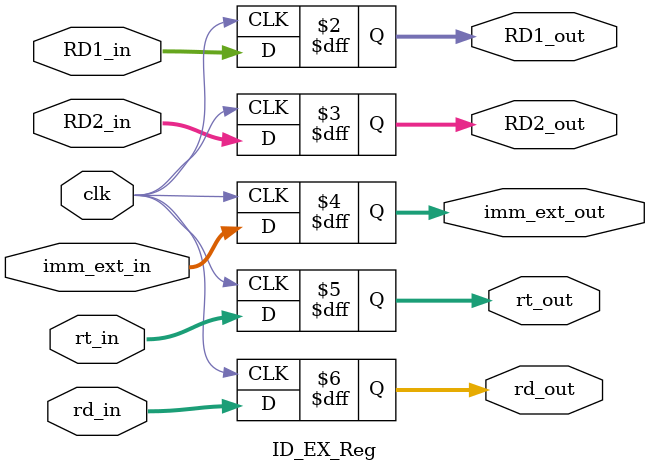
<source format=v>
module ID_EX_Reg(
    input clk,
    input [31:0] RD1_in, RD2_in, imm_ext_in,
    input [4:0] rt_in, rd_in,
    output reg [31:0] RD1_out, RD2_out, imm_ext_out,
    output reg [4:0] rt_out, rd_out
);
    always @(posedge clk) begin
        RD1_out <= RD1_in;
        RD2_out <= RD2_in;
        imm_ext_out <= imm_ext_in;
        rt_out <= rt_in;
        rd_out <= rd_in;
    end
endmodule
</source>
